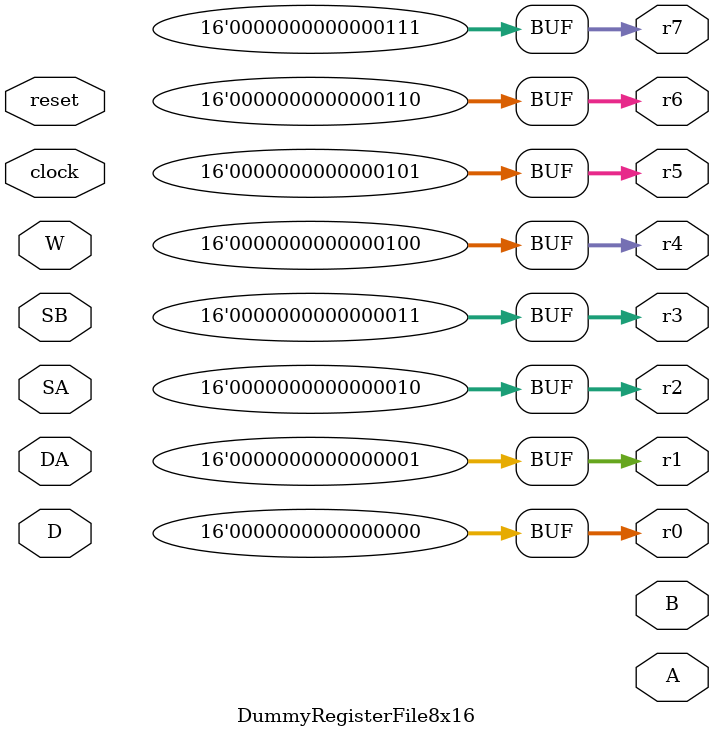
<source format=v>
module DummyRegisterFile8x16(A, B, SA, SB, D, DA, W, reset, clock, r0, r1, r2, r3, r4, r5, r6, r7);
	output [15:0]A; // A bus
	output [15:0]B; // B bus
	input [2:0]SA; // Select A - A Address
	input [2:0]SB; // Select B - B Address
	input [15:0]D; // Data input
	input [2:0]DA; // Data destination address
	input W; // write enable
	input reset; // positive logic asynchronous reset
	input clock;
	output [15:0] r0, r1, r2, r3, r4, r5, r6, r7; // outputs for visualization
	
	assign r0 = 16'd0;
	assign r1 = 16'd1;
	assign r2 = 16'd2;
	assign r3 = 16'd3;
	assign r4 = 16'd4;
	assign r5 = 16'd5;
	assign r6 = 16'd6;
	assign r7 = 16'd7;
	
endmodule

</source>
